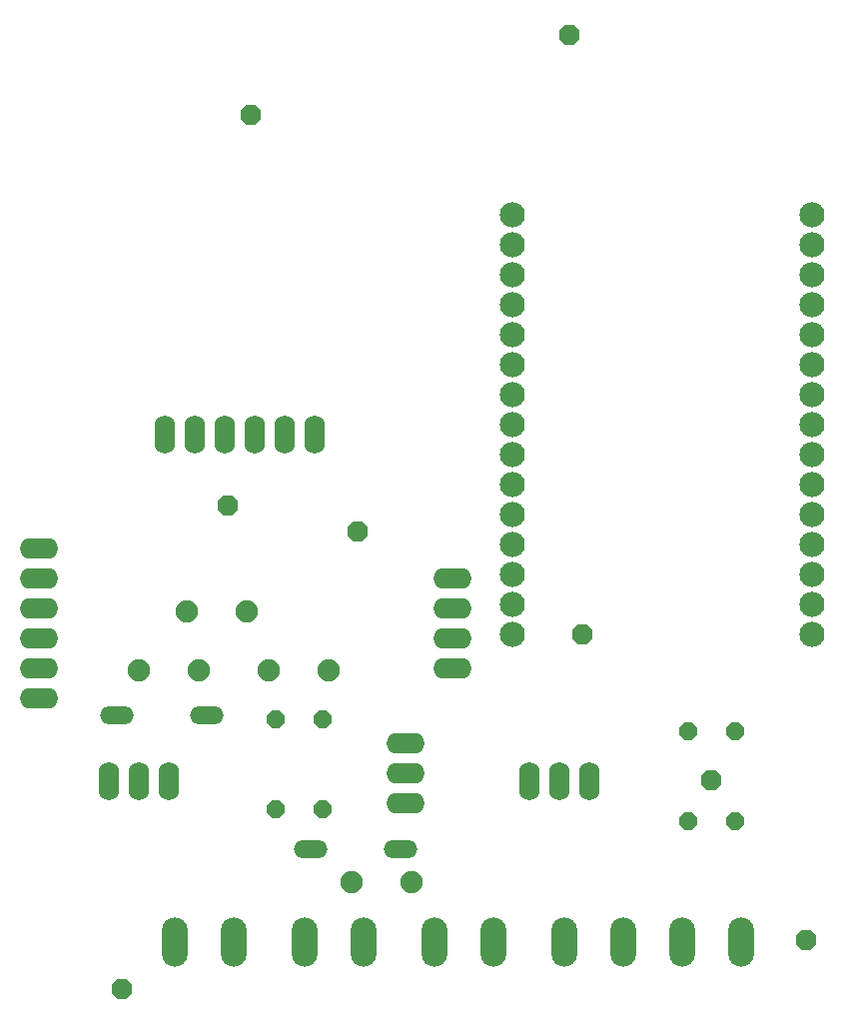
<source format=gbr>
%TF.GenerationSoftware,KiCad,Pcbnew,9.0.2*%
%TF.CreationDate,2025-06-17T11:44:15-05:00*%
%TF.ProjectId,BOARD,424f4152-442e-46b6-9963-61645f706362,rev?*%
%TF.SameCoordinates,Original*%
%TF.FileFunction,Soldermask,Top*%
%TF.FilePolarity,Negative*%
%FSLAX46Y46*%
G04 Gerber Fmt 4.6, Leading zero omitted, Abs format (unit mm)*
G04 Created by KiCad (PCBNEW 9.0.2) date 2025-06-17 11:44:15*
%MOMM*%
%LPD*%
G01*
G04 APERTURE LIST*
G04 Aperture macros list*
%AMFreePoly0*
4,1,25,0.391131,0.882296,0.403254,0.871942,0.871942,0.403254,0.900449,0.347306,0.901700,0.331412,0.901700,-0.331412,0.882296,-0.391131,0.871942,-0.403254,0.403254,-0.871942,0.347306,-0.900449,0.331412,-0.901700,-0.331412,-0.901700,-0.391131,-0.882296,-0.403254,-0.871942,-0.871942,-0.403254,-0.900449,-0.347306,-0.901700,-0.331412,-0.901700,0.331412,-0.882296,0.391131,-0.871942,0.403254,
-0.403254,0.871942,-0.347306,0.900449,-0.331412,0.901700,0.331412,0.901700,0.391131,0.882296,0.391131,0.882296,$1*%
%AMFreePoly1*
4,1,25,0.375350,0.844196,0.387473,0.833842,0.833842,0.387473,0.862349,0.331525,0.863600,0.315631,0.863600,-0.315631,0.844196,-0.375350,0.833842,-0.387473,0.387473,-0.833842,0.331525,-0.862349,0.315631,-0.863600,-0.315631,-0.863600,-0.375350,-0.844196,-0.387473,-0.833842,-0.833842,-0.387473,-0.862349,-0.331525,-0.863600,-0.315631,-0.863600,0.315631,-0.844196,0.375350,-0.833842,0.387473,
-0.387473,0.833842,-0.331525,0.862349,-0.315631,0.863600,0.315631,0.863600,0.375350,0.844196,0.375350,0.844196,$1*%
%AMFreePoly2*
4,1,25,0.333266,0.742596,0.345389,0.732242,0.732242,0.345389,0.760749,0.289441,0.762000,0.273547,0.762000,-0.273547,0.742596,-0.333266,0.732242,-0.345389,0.345389,-0.732242,0.289441,-0.760749,0.273547,-0.762000,-0.273547,-0.762000,-0.333266,-0.742596,-0.345389,-0.732242,-0.732242,-0.345389,-0.760749,-0.289441,-0.762000,-0.273547,-0.762000,0.273547,-0.742596,0.333266,-0.732242,0.345389,
-0.345389,0.732242,-0.289441,0.760749,-0.273547,0.762000,0.273547,0.762000,0.333266,0.742596,0.333266,0.742596,$1*%
G04 Aperture macros list end*
%ADD10O,2.184400X4.165600*%
%ADD11FreePoly0,180.000000*%
%ADD12FreePoly1,0.000000*%
%ADD13O,1.727200X3.251200*%
%ADD14O,3.251200X1.727200*%
%ADD15FreePoly2,270.000000*%
%ADD16FreePoly2,90.000000*%
%ADD17C,2.133600*%
%ADD18O,2.844800X1.524000*%
G04 APERTURE END LIST*
D10*
%TO.C,X2*%
X148986500Y-143003600D03*
X154015700Y-143003600D03*
%TD*%
D11*
%TO.C,C1*%
X129041100Y-120003600D03*
X123961100Y-120003600D03*
%TD*%
D12*
%TO.C,JP4*%
X160461100Y-66133600D03*
%TD*%
D13*
%TO.C,IC2*%
X126521100Y-129373600D03*
X123981100Y-129373600D03*
X121441100Y-129373600D03*
%TD*%
D14*
%TO.C,SELECT0*%
X146541100Y-131313600D03*
X146541100Y-128773600D03*
X146541100Y-126233600D03*
%TD*%
%TO.C,_0*%
X115501100Y-122353600D03*
X115501100Y-119813600D03*
X115501100Y-117273600D03*
X115501100Y-114733600D03*
X115501100Y-112193600D03*
X115501100Y-109653600D03*
%TD*%
D12*
%TO.C,JP6*%
X172461100Y-129293600D03*
%TD*%
D15*
%TO.C,R4*%
X139501100Y-124193600D03*
X139501100Y-131813600D03*
%TD*%
D12*
%TO.C,JP1*%
X180461100Y-142893600D03*
%TD*%
D15*
%TO.C,R1*%
X170501100Y-125193600D03*
X170501100Y-132813600D03*
%TD*%
D13*
%TO.C,IC1*%
X162091100Y-129373600D03*
X159551100Y-129373600D03*
X157011100Y-129373600D03*
%TD*%
D11*
%TO.C,C3*%
X147041100Y-138003600D03*
X141961100Y-138003600D03*
%TD*%
D16*
%TO.C,R3*%
X135501100Y-131813600D03*
X135501100Y-124193600D03*
%TD*%
D14*
%TO.C,RTC0*%
X150501100Y-112193600D03*
X150501100Y-114733600D03*
X150501100Y-117273600D03*
X150501100Y-119813600D03*
%TD*%
D15*
%TO.C,R2*%
X174501100Y-125193600D03*
X174501100Y-132813600D03*
%TD*%
D12*
%TO.C,JP11*%
X161501100Y-117003600D03*
%TD*%
D17*
%TO.C,BOARD1*%
X155581100Y-81423600D03*
X155581100Y-111903600D03*
X155581100Y-89043600D03*
X155581100Y-109363600D03*
X155581100Y-91583600D03*
X155581100Y-99203600D03*
X180981100Y-89043600D03*
X180981100Y-86503600D03*
X180981100Y-91583600D03*
X155581100Y-86503600D03*
X155581100Y-94123600D03*
X155581100Y-96663600D03*
X155581100Y-101743600D03*
X155581100Y-104283600D03*
X155581100Y-106823600D03*
X155581100Y-114443600D03*
X155581100Y-116983600D03*
X180981100Y-99203600D03*
X180981100Y-96663600D03*
X180981100Y-94123600D03*
X180981100Y-104283600D03*
X180981100Y-101743600D03*
X180981100Y-109363600D03*
X180981100Y-106823600D03*
X180981100Y-116983600D03*
X180981100Y-83963600D03*
X155581100Y-83963600D03*
X180981100Y-81423600D03*
X180981100Y-111903600D03*
X180981100Y-114443600D03*
%TD*%
D12*
%TO.C,JP12*%
X131501100Y-106003600D03*
%TD*%
D10*
%TO.C,X3*%
X137986500Y-143003600D03*
X143015700Y-143003600D03*
%TD*%
D18*
%TO.C,D2*%
X138461100Y-135193600D03*
X146081100Y-135193600D03*
%TD*%
D12*
%TO.C,JP5*%
X142461100Y-108213600D03*
%TD*%
%TO.C,JP2*%
X133461100Y-72973600D03*
%TD*%
D13*
%TO.C,SD0*%
X138851100Y-100003600D03*
X136311100Y-100003600D03*
X133771100Y-100003600D03*
X131231100Y-100003600D03*
X128691100Y-100003600D03*
X126151100Y-100003600D03*
%TD*%
D10*
%TO.C,X4*%
X126986500Y-143003600D03*
X132015700Y-143003600D03*
%TD*%
D18*
%TO.C,D1*%
X122061100Y-123833600D03*
X129681100Y-123833600D03*
%TD*%
D11*
%TO.C,C2*%
X140041100Y-120003600D03*
X134961100Y-120003600D03*
%TD*%
D10*
%TO.C,X1*%
X159982700Y-143003600D03*
X165011900Y-143003600D03*
X169990300Y-143003600D03*
X175019500Y-143003600D03*
%TD*%
D11*
%TO.C,C4*%
X133041100Y-115003600D03*
X127961100Y-115003600D03*
%TD*%
D12*
%TO.C,JP3*%
X122461100Y-147053600D03*
%TD*%
M02*

</source>
